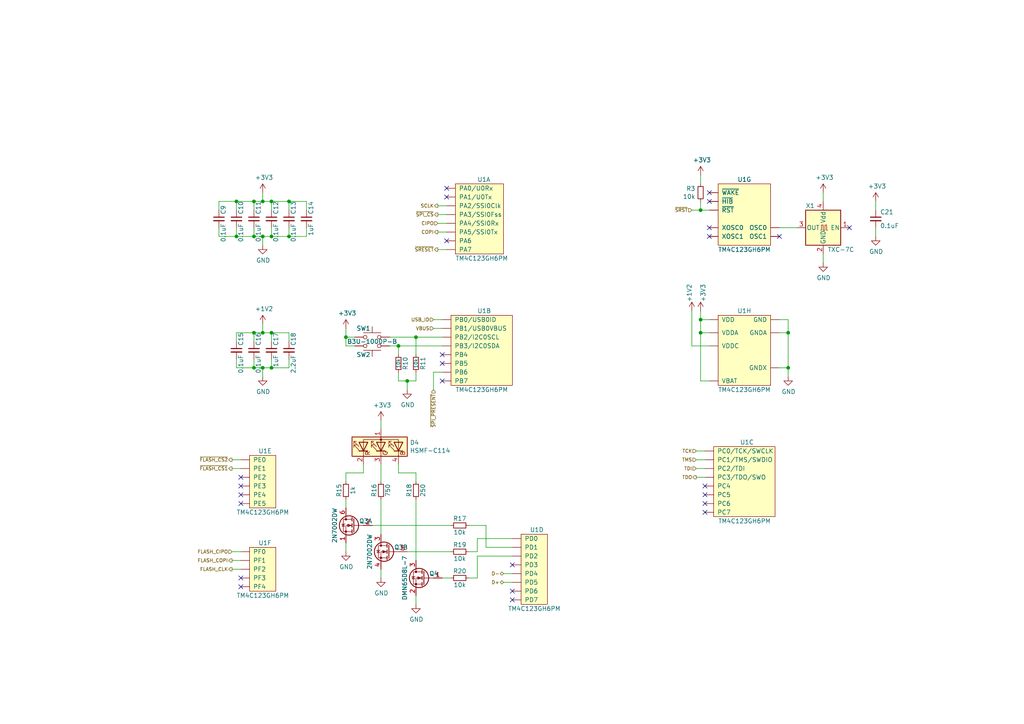
<source format=kicad_sch>
(kicad_sch (version 20211123) (generator eeschema)
  (paper "A4")
  (title_block (title "Processor") (rev "R1") (company "Rachel Mant"))
  (lib_symbols
    (symbol "DX_MON:TM4C123GH6PM" (pin_numbers hide) (pin_names (offset 1.016))
      (property "Reference" "U" (at 0 -11.43 0))
      (property "Value" "TM4C123GH6PM" (at 0 11.43 0))
      (symbol "TM4C123GH6PM_1_1"
        (rectangle (start -7.62 10.16) (end 6.35 -10.16) (fill (type background)))
        (pin bidirectional line (at -10.16 8.89 0) (length 2.54) (name "PA0/U0Rx") (number "17"))
        (pin bidirectional line (at -10.16 6.35 0) (length 2.54) (name "PA1/U0Tx") (number "18"))
        (pin bidirectional line (at -10.16 3.81 0) (length 2.54) (name "PA2/SSI0Clk") (number "19"))
        (pin bidirectional line (at -10.16 1.27 0) (length 2.54) (name "PA3/SSI0Fss") (number "20"))
        (pin bidirectional line (at -10.16 -1.27 0) (length 2.54) (name "PA4/SSI0Rx") (number "21"))
        (pin bidirectional line (at -10.16 -3.81 0) (length 2.54) (name "PA5/SSI0Tx") (number "22"))
        (pin bidirectional line (at -10.16 -6.35 0) (length 2.54) (name "PA6") (number "23"))
        (pin bidirectional line (at -10.16 -8.89 0) (length 2.54) (name "PA7") (number "24"))
      )
      (symbol "TM4C123GH6PM_2_1"
        (rectangle (start -8.89 10.16) (end 8.89 -10.16) (fill (type background)))
        (pin bidirectional line (at -11.43 -6.35 0) (length 2.54) (name "PB6") (number "1"))
        (pin bidirectional line (at -11.43 -8.89 0) (length 2.54) (name "PB7") (number "4"))
        (pin bidirectional line (at -11.43 8.89 0) (length 2.54) (name "PB0/USB0ID") (number "45"))
        (pin input line (at -11.43 6.35 0) (length 2.54) (name "PB1/USB0VBUS") (number "46"))
        (pin bidirectional line (at -11.43 3.81 0) (length 2.54) (name "PB2/I2C0SCL") (number "47"))
        (pin bidirectional line (at -11.43 1.27 0) (length 2.54) (name "PB3/I2C0SDA") (number "48"))
        (pin bidirectional line (at -11.43 -3.81 0) (length 2.54) (name "PB5") (number "57"))
        (pin bidirectional line (at -11.43 -1.27 0) (length 2.54) (name "PB4") (number "58"))
      )
      (symbol "TM4C123GH6PM_3_1"
        (rectangle (start -8.89 10.16) (end 8.89 -10.16) (fill (type background)))
        (pin bidirectional line (at -11.43 -8.89 0) (length 2.54) (name "PC7") (number "13"))
        (pin bidirectional line (at -11.43 -6.35 0) (length 2.54) (name "PC6") (number "14"))
        (pin bidirectional line (at -11.43 -3.81 0) (length 2.54) (name "PC5") (number "15"))
        (pin bidirectional line (at -11.43 -1.27 0) (length 2.54) (name "PC4") (number "16"))
        (pin bidirectional line (at -11.43 1.27 0) (length 2.54) (name "PC3/TDO/SWO") (number "49"))
        (pin bidirectional line (at -11.43 3.81 0) (length 2.54) (name "PC2/TDI") (number "50"))
        (pin bidirectional line (at -11.43 6.35 0) (length 2.54) (name "PC1/TMS/SWDIO") (number "51"))
        (pin bidirectional line (at -11.43 8.89 0) (length 2.54) (name "PC0/TCK/SWCLK") (number "52"))
      )
      (symbol "TM4C123GH6PM_4_1"
        (rectangle (start -3.81 10.16) (end 3.81 -10.16) (fill (type background)))
        (pin bidirectional line (at -6.35 -8.89 0) (length 2.54) (name "PD7") (number "10"))
        (pin bidirectional line (at -6.35 -1.27 0) (length 2.54) (name "PD4") (number "43"))
        (pin bidirectional line (at -6.35 -3.81 0) (length 2.54) (name "PD5") (number "44"))
        (pin bidirectional line (at -6.35 -6.35 0) (length 2.54) (name "PD6") (number "53"))
        (pin bidirectional line (at -6.35 8.89 0) (length 2.54) (name "PD0") (number "61"))
        (pin bidirectional line (at -6.35 6.35 0) (length 2.54) (name "PD1") (number "62"))
        (pin bidirectional line (at -6.35 3.81 0) (length 2.54) (name "PD2") (number "63"))
        (pin bidirectional line (at -6.35 1.27 0) (length 2.54) (name "PD3") (number "64"))
      )
      (symbol "TM4C123GH6PM_5_1"
        (rectangle (start -3.81 7.62) (end 3.81 -7.62) (fill (type background)))
        (pin bidirectional line (at -6.35 -3.81 0) (length 2.54) (name "PE4") (number "59"))
        (pin bidirectional line (at -6.35 -1.27 0) (length 2.54) (name "PE3") (number "6"))
        (pin bidirectional line (at -6.35 -6.35 0) (length 2.54) (name "PE5") (number "60"))
        (pin bidirectional line (at -6.35 1.27 0) (length 2.54) (name "PE2") (number "7"))
        (pin bidirectional line (at -6.35 3.81 0) (length 2.54) (name "PE1") (number "8"))
        (pin bidirectional line (at -6.35 6.35 0) (length 2.54) (name "PE0") (number "9"))
      )
      (symbol "TM4C123GH6PM_6_1"
        (rectangle (start -3.81 6.35) (end 3.81 -6.35) (fill (type background)))
        (pin bidirectional line (at -6.35 5.08 0) (length 2.54) (name "PF0") (number "28"))
        (pin bidirectional line (at -6.35 2.54 0) (length 2.54) (name "PF1") (number "29"))
        (pin bidirectional line (at -6.35 0 0) (length 2.54) (name "PF2") (number "30"))
        (pin bidirectional line (at -6.35 -2.54 0) (length 2.54) (name "PF3") (number "31"))
        (pin bidirectional line (at -6.35 -5.08 0) (length 2.54) (name "PF4") (number "5"))
      )
      (symbol "TM4C123GH6PM_7_1"
        (rectangle (start -7.62 8.89) (end 7.62 -8.89) (fill (type background)))
        (pin input line (at -10.16 6.35 0) (length 2.54) (name "~{WAKE}") (number "32"))
        (pin input line (at -10.16 3.81 0) (length 2.54) (name "~{HIB}") (number "33"))
        (pin passive line (at -10.16 -3.81 0) (length 2.54) (name "XOSC0") (number "34"))
        (pin passive line (at -10.16 -6.35 0) (length 2.54) (name "XOSC1") (number "36"))
        (pin input line (at -10.16 1.27 0) (length 2.54) (name "~{RST}") (number "38"))
        (pin passive line (at 10.16 -3.81 180) (length 2.54) (name "OSC0") (number "40"))
        (pin passive line (at 10.16 -6.35 180) (length 2.54) (name "OSC1") (number "41"))
      )
      (symbol "TM4C123GH6PM_8_1"
        (rectangle (start -7.62 10.16) (end 7.62 -10.16) (fill (type background)))
        (pin power_in line (at -10.16 8.89 0) (length 2.54) (name "VDD") (number "11"))
        (pin passive line (at 10.16 8.89 180) (length 2.54) (name "GND") (number "12"))
        (pin power_in line (at -10.16 5.08 0) (length 2.54) (name "VDDA") (number "2"))
        (pin power_out line (at -10.16 1.27 0) (length 2.54) (name "VDDC") (number "25"))
        (pin passive line (at -10.16 8.89 0) (length 2.54) hide (name "VDD") (number "26"))
        (pin passive line (at 10.16 8.89 180) (length 2.54) hide (name "GND") (number "27"))
        (pin passive line (at 10.16 5.08 180) (length 2.54) (name "GNDA") (number "3"))
        (pin passive line (at 10.16 -5.08 180) (length 2.54) (name "GNDX") (number "35"))
        (pin power_in line (at -10.16 -8.89 0) (length 2.54) (name "VBAT") (number "37"))
        (pin passive line (at 10.16 8.89 180) (length 2.54) hide (name "GND") (number "39"))
        (pin passive line (at -10.16 8.89 0) (length 2.54) hide (name "VDD") (number "42"))
        (pin passive line (at -10.16 8.89 0) (length 2.54) hide (name "VDD") (number "54"))
        (pin passive line (at 10.16 8.89 180) (length 2.54) hide (name "GND") (number "55"))
        (pin power_in line (at -10.16 1.27 0) (length 2.54) hide (name "VDDC") (number "56"))
      )
    )
    (symbol "Device:C_Small" (pin_numbers hide) (pin_names (offset 0.254) hide)
      (property "Reference" "C" (at 0.254 1.778 0))
      (property "Value" "C_Small" (at 0.254 -2.032 0))
      (symbol "C_Small_0_1"
        (polyline (pts (xy -1.524 -0.508) (xy 1.524 -0.508)) (stroke (width 0.3302)))
        (polyline (pts (xy -1.524 0.508) (xy 1.524 0.508)) (stroke (width 0.3048)))
      )
      (symbol "C_Small_1_1"
        (pin passive line (at 0 2.54 270) (length 2.032) (name "~") (number "1"))
        (pin passive line (at 0 -2.54 90) (length 2.032) (name "~") (number "2"))
      )
    )
    (symbol "Device:LED_ARGB" (pin_names (offset 0) hide)
      (property "Reference" "D" (at 0 9.398 0))
      (property "Value" "LED_ARGB" (at 0 -8.89 0))
      (symbol "LED_ARGB_0_0"
        (text "B" (at -1.905 -6.35 0) (effects (font (size 1.27 1.27))))
        (text "G" (at -1.905 -1.27 0) (effects (font (size 1.27 1.27))))
        (text "R" (at -1.905 3.81 0) (effects (font (size 1.27 1.27))))
      )
      (symbol "LED_ARGB_0_1"
        (polyline (pts (xy -1.27 -5.08) (xy -2.54 -5.08)))
        (polyline (pts (xy -1.27 -5.08) (xy 1.27 -5.08)))
        (polyline (pts (xy -1.27 -3.81) (xy -1.27 -6.35)) (stroke (width 0.254)))
        (polyline (pts (xy -1.27 0) (xy -2.54 0)))
        (polyline (pts (xy -1.27 1.27) (xy -1.27 -1.27)) (stroke (width 0.254)))
        (polyline (pts (xy -1.27 5.08) (xy -2.54 5.08)))
        (polyline (pts (xy -1.27 5.08) (xy 1.27 5.08)))
        (polyline (pts (xy -1.27 6.35) (xy -1.27 3.81)) (stroke (width 0.254)))
        (polyline (pts (xy 1.27 0) (xy -1.27 0)))
        (polyline (pts (xy 1.27 0) (xy 2.54 0)))
        (polyline (pts (xy -1.27 1.27) (xy -1.27 -1.27) (xy -1.27 -1.27)))
        (polyline (pts (xy -1.27 6.35) (xy -1.27 3.81) (xy -1.27 3.81)))
        (polyline (pts (xy 1.27 -5.08) (xy 2.032 -5.08) (xy 2.032 5.08) (xy 1.27 5.08)))
        (polyline (pts (xy 1.27 -3.81) (xy 1.27 -6.35) (xy -1.27 -5.08) (xy 1.27 -3.81)) (stroke (width 0.254)))
        (polyline (pts (xy 1.27 1.27) (xy 1.27 -1.27) (xy -1.27 0) (xy 1.27 1.27)) (stroke (width 0.254)))
        (polyline (pts (xy 1.27 6.35) (xy 1.27 3.81) (xy -1.27 5.08) (xy 1.27 6.35)) (stroke (width 0.254)))
        (polyline (pts (xy -1.016 -3.81) (xy 0.508 -2.286) (xy -0.254 -2.286) (xy 0.508 -2.286) (xy 0.508 -3.048)))
        (polyline (pts (xy -1.016 1.27) (xy 0.508 2.794) (xy -0.254 2.794) (xy 0.508 2.794) (xy 0.508 2.032)))
        (polyline (pts (xy -1.016 6.35) (xy 0.508 7.874) (xy -0.254 7.874) (xy 0.508 7.874) (xy 0.508 7.112)))
        (polyline (pts (xy 0 -3.81) (xy 1.524 -2.286) (xy 0.762 -2.286) (xy 1.524 -2.286) (xy 1.524 -3.048)))
        (polyline (pts (xy 0 1.27) (xy 1.524 2.794) (xy 0.762 2.794) (xy 1.524 2.794) (xy 1.524 2.032)))
        (polyline (pts (xy 0 6.35) (xy 1.524 7.874) (xy 0.762 7.874) (xy 1.524 7.874) (xy 1.524 7.112)))
        (rectangle (start 1.27 -1.27) (end 1.27 1.27))
        (rectangle (start 1.27 1.27) (end 1.27 1.27))
        (rectangle (start 1.27 3.81) (end 1.27 6.35))
        (rectangle (start 1.27 6.35) (end 1.27 6.35))
        (circle (center 2.032 0) (radius 0.254) (fill (type outline)))
        (rectangle (start 2.794 8.382) (end -2.794 -7.62) (stroke (width 0.254)) (fill (type background)))
      )
      (symbol "LED_ARGB_1_1"
        (pin passive line (at 5.08 0 180) (length 2.54) (name "A") (number "1"))
        (pin passive line (at -5.08 5.08 0) (length 2.54) (name "RK") (number "2"))
        (pin passive line (at -5.08 0 0) (length 2.54) (name "GK") (number "3"))
        (pin passive line (at -5.08 -5.08 0) (length 2.54) (name "BK") (number "4"))
      )
    )
    (symbol "Device:Q_DUAL_NMOS_S1G1D2S2G2D1" (pin_names (offset 0) hide)
      (property "Reference" "Q" (at 6.35 1.27 0))
      (property "Value" "Device_Q_DUAL_NMOS_S1G1D2S2G2D1" (at 19.05 -1.27 0))
      (symbol "Q_DUAL_NMOS_S1G1D2S2G2D1_0_1"
        (polyline (pts (xy 0.254 0) (xy -2.54 0)))
        (polyline (pts (xy 0.254 1.905) (xy 0.254 -1.905)) (stroke (width 0.254)))
        (polyline (pts (xy 0.762 -1.27) (xy 0.762 -2.286)) (stroke (width 0.254)))
        (polyline (pts (xy 0.762 0.508) (xy 0.762 -0.508)) (stroke (width 0.254)))
        (polyline (pts (xy 0.762 2.286) (xy 0.762 1.27)) (stroke (width 0.254)))
        (polyline (pts (xy 2.54 2.54) (xy 2.54 1.778)))
        (polyline (pts (xy 2.54 -2.54) (xy 2.54 0) (xy 0.762 0)))
        (polyline (pts (xy 0.762 -1.778) (xy 3.302 -1.778) (xy 3.302 1.778) (xy 0.762 1.778)))
        (polyline (pts (xy 1.016 0) (xy 2.032 0.381) (xy 2.032 -0.381) (xy 1.016 0)) (fill (type outline)))
        (polyline (pts (xy 2.794 0.508) (xy 2.921 0.381) (xy 3.683 0.381) (xy 3.81 0.254)))
        (polyline (pts (xy 3.302 0.381) (xy 2.921 -0.254) (xy 3.683 -0.254) (xy 3.302 0.381)))
        (circle (center 1.651 0) (radius 2.794) (stroke (width 0.254)))
        (circle (center 2.54 -1.778) (radius 0.254) (fill (type outline)))
        (circle (center 2.54 1.778) (radius 0.254) (fill (type outline)))
      )
      (symbol "Q_DUAL_NMOS_S1G1D2S2G2D1_1_1"
        (pin passive line (at 2.54 -5.08 90) (length 2.54) (name "S") (number "1"))
        (pin input line (at -5.08 0 0) (length 2.54) (name "G") (number "2"))
        (pin passive line (at 2.54 5.08 270) (length 2.54) (name "D") (number "6"))
      )
      (symbol "Q_DUAL_NMOS_S1G1D2S2G2D1_2_1"
        (pin passive line (at 2.54 5.08 270) (length 2.54) (name "D") (number "3"))
        (pin passive line (at 2.54 -5.08 90) (length 2.54) (name "S") (number "4"))
        (pin input line (at -5.08 0 0) (length 2.54) (name "G") (number "5"))
      )
    )
    (symbol "Device:Q_NMOS_GSD" (pin_names (offset 0) hide)
      (property "Reference" "Q" (at 5.08 1.27 0))
      (property "Value" "Q_NMOS_GSD" (at 5.08 -1.27 0))
      (symbol "Q_NMOS_GSD_0_1"
        (polyline (pts (xy 0.254 0) (xy -2.54 0)))
        (polyline (pts (xy 0.254 1.905) (xy 0.254 -1.905)) (stroke (width 0.254)))
        (polyline (pts (xy 0.762 -1.27) (xy 0.762 -2.286)) (stroke (width 0.254)))
        (polyline (pts (xy 0.762 0.508) (xy 0.762 -0.508)) (stroke (width 0.254)))
        (polyline (pts (xy 0.762 2.286) (xy 0.762 1.27)) (stroke (width 0.254)))
        (polyline (pts (xy 2.54 2.54) (xy 2.54 1.778)))
        (polyline (pts (xy 2.54 -2.54) (xy 2.54 0) (xy 0.762 0)))
        (polyline (pts (xy 0.762 -1.778) (xy 3.302 -1.778) (xy 3.302 1.778) (xy 0.762 1.778)))
        (polyline (pts (xy 1.016 0) (xy 2.032 0.381) (xy 2.032 -0.381) (xy 1.016 0)) (fill (type outline)))
        (polyline (pts (xy 2.794 0.508) (xy 2.921 0.381) (xy 3.683 0.381) (xy 3.81 0.254)))
        (polyline (pts (xy 3.302 0.381) (xy 2.921 -0.254) (xy 3.683 -0.254) (xy 3.302 0.381)))
        (circle (center 1.651 0) (radius 2.794) (stroke (width 0.254)))
        (circle (center 2.54 -1.778) (radius 0.254) (fill (type outline)))
        (circle (center 2.54 1.778) (radius 0.254) (fill (type outline)))
      )
      (symbol "Q_NMOS_GSD_1_1"
        (pin input line (at -5.08 0 0) (length 2.54) (name "G") (number "1"))
        (pin passive line (at 2.54 -5.08 90) (length 2.54) (name "S") (number "2"))
        (pin passive line (at 2.54 5.08 270) (length 2.54) (name "D") (number "3"))
      )
    )
    (symbol "Device:R_Small" (pin_numbers hide) (pin_names (offset 0.254) hide)
      (property "Reference" "R" (at 0.762 0.508 0))
      (property "Value" "R_Small" (at 0.762 -1.016 0))
      (symbol "R_Small_0_1"
        (rectangle (start -0.762 1.778) (end 0.762 -1.778) (stroke (width 0.2032)))
      )
      (symbol "R_Small_1_1"
        (pin passive line (at 0 2.54 270) (length 0.762) (name "~") (number "1"))
        (pin passive line (at 0 -2.54 90) (length 0.762) (name "~") (number "2"))
      )
    )
    (symbol "Oscillator:TXC-7C" (pin_names (offset 0.254))
      (property "Reference" "X" (at -5.08 6.35 0))
      (property "Value" "TXC-7C" (at 1.27 -6.35 0))
      (symbol "TXC-7C_0_1"
        (rectangle (start -5.08 5.08) (end 5.08 -5.08) (stroke (width 0.254)) (fill (type background)))
        (polyline (pts (xy -1.27 -0.762) (xy -1.016 -0.762) (xy -1.016 0.762) (xy -0.508 0.762) (xy -0.508 -0.762) (xy 0 -0.762) (xy 0 0.762) (xy 0.508 0.762) (xy 0.508 -0.762) (xy 0.762 -0.762)))
      )
      (symbol "TXC-7C_1_1"
        (pin input line (at -7.62 0 0) (length 2.54) (name "EN") (number "1"))
        (pin power_in line (at 0 -7.62 90) (length 2.54) (name "GND") (number "2"))
        (pin output line (at 7.62 0 180) (length 2.54) (name "OUT") (number "3"))
        (pin power_in line (at 0 7.62 270) (length 2.54) (name "Vdd") (number "4"))
      )
    )
    (symbol "Switch:SW_Push" (pin_numbers hide) (pin_names (offset 1.016) hide)
      (property "Reference" "SW" (at 1.27 2.54 0))
      (property "Value" "SW_Push" (at 0 -1.524 0))
      (symbol "SW_Push_0_1"
        (circle (center -2.032 0) (radius 0.508))
        (polyline (pts (xy 0 1.27) (xy 0 3.048)))
        (polyline (pts (xy 2.54 1.27) (xy -2.54 1.27)))
        (circle (center 2.032 0) (radius 0.508))
        (pin passive line (at -5.08 0 0) (length 2.54) (name "1") (number "1"))
        (pin passive line (at 5.08 0 180) (length 2.54) (name "2") (number "2"))
      )
    )
    (symbol "power:+1V2" (power) (pin_names (offset 0))
      (property "Value" "+1V2" (at 0 3.556 0))
      (symbol "+1V2_0_1"
        (polyline (pts (xy -0.762 1.27) (xy 0 2.54)))
        (polyline (pts (xy 0 0) (xy 0 2.54)))
        (polyline (pts (xy 0 2.54) (xy 0.762 1.27)))
      )
      (symbol "+1V2_1_1"
        (pin power_in line (at 0 0 90) (length 0) hide (name "+1V2") (number "1"))
      )
    )
    (symbol "power:+3.3V" (power) (pin_names (offset 0))
      (property "Value" "+3.3V" (at 0 3.556 0))
      (symbol "+3.3V_0_1"
        (polyline (pts (xy -0.762 1.27) (xy 0 2.54)))
        (polyline (pts (xy 0 0) (xy 0 2.54)))
        (polyline (pts (xy 0 2.54) (xy 0.762 1.27)))
      )
      (symbol "+3.3V_1_1"
        (pin power_in line (at 0 0 90) (length 0) hide (name "+3V3") (number "1"))
      )
    )
    (symbol "power:GND" (power) (pin_names (offset 0))
      (property "Value" "GND" (at 0 -3.81 0))
      (symbol "GND_0_1"
        (polyline (pts (xy 0 0) (xy 0 -1.27) (xy 1.27 -1.27) (xy 0 -2.54) (xy -1.27 -1.27) (xy 0 -1.27)))
      )
      (symbol "GND_1_1"
        (pin power_in line (at 0 0 270) (length 0) hide (name "GND") (number "1"))
      )
    )
  )
  (junction (at 203.2 60.96))
  (junction (at 78.74 58.42))
  (junction (at 78.74 106.68))
  (junction (at 73.66 68.58))
  (junction (at 203.2 96.52))
  (junction (at 76.2 68.58))
  (junction (at 228.6 106.68))
  (junction (at 78.74 68.58))
  (junction (at 228.6 96.52))
  (junction (at 115.57 100.33))
  (junction (at 73.66 58.42))
  (junction (at 76.2 96.52))
  (junction (at 68.58 58.42))
  (junction (at 76.2 58.42))
  (junction (at 120.65 97.79))
  (junction (at 100.33 97.79))
  (junction (at 83.82 68.58))
  (junction (at 73.66 106.68))
  (junction (at 203.2 92.71))
  (junction (at 76.2 106.68))
  (junction (at 73.66 96.52))
  (junction (at 78.74 96.52))
  (junction (at 118.11 110.49))
  (junction (at 83.82 58.42))
  (junction (at 68.58 68.58))
  (no_connect (at 129.54 69.85))
  (no_connect (at 129.54 54.61))
  (no_connect (at 246.38 66.04))
  (no_connect (at 226.06 68.58))
  (no_connect (at 148.59 163.83))
  (no_connect (at 205.74 66.04))
  (no_connect (at 205.74 68.58))
  (no_connect (at 205.74 58.42))
  (no_connect (at 205.74 55.88))
  (no_connect (at 128.27 110.49))
  (no_connect (at 69.85 146.05))
  (no_connect (at 204.47 146.05))
  (no_connect (at 69.85 138.43))
  (no_connect (at 128.27 105.41))
  (no_connect (at 69.85 170.18))
  (no_connect (at 204.47 143.51))
  (no_connect (at 148.59 173.99))
  (no_connect (at 128.27 102.87))
  (no_connect (at 69.85 143.51))
  (no_connect (at 69.85 167.64))
  (no_connect (at 129.54 57.15))
  (no_connect (at 69.85 140.97))
  (no_connect (at 204.47 140.97))
  (no_connect (at 148.59 171.45))
  (no_connect (at 204.47 148.59))
  (wire (pts (xy 115.57 100.33) (xy 128.27 100.33)))
  (wire (pts (xy 73.66 106.68) (xy 73.66 104.14)))
  (wire (pts (xy 238.76 73.66) (xy 238.76 76.2)))
  (wire (pts (xy 128.27 167.64) (xy 130.81 167.64)))
  (wire (pts (xy 68.58 106.68) (xy 73.66 106.68)))
  (wire (pts (xy 68.58 104.14) (xy 68.58 106.68)))
  (wire (pts (xy 78.74 96.52) (xy 78.74 99.06)))
  (wire (pts (xy 148.59 166.37) (xy 146.05 166.37)))
  (wire (pts (xy 88.9 68.58) (xy 83.82 68.58)))
  (wire (pts (xy 63.5 66.04) (xy 63.5 68.58)))
  (wire (pts (xy 200.66 100.33) (xy 205.74 100.33)))
  (wire (pts (xy 127 72.39) (xy 129.54 72.39)))
  (wire (pts (xy 73.66 68.58) (xy 73.66 66.04)))
  (wire (pts (xy 135.89 167.64) (xy 138.43 167.64)))
  (wire (pts (xy 128.27 95.25) (xy 125.73 95.25)))
  (wire (pts (xy 205.74 96.52) (xy 203.2 96.52)))
  (wire (pts (xy 88.9 58.42) (xy 88.9 60.96)))
  (wire (pts (xy 203.2 53.34) (xy 203.2 50.8)))
  (wire (pts (xy 83.82 104.14) (xy 83.82 106.68)))
  (wire (pts (xy 69.85 160.02) (xy 67.31 160.02)))
  (wire (pts (xy 203.2 90.17) (xy 203.2 92.71)))
  (wire (pts (xy 68.58 58.42) (xy 68.58 60.96)))
  (wire (pts (xy 125.73 107.95) (xy 125.73 113.03)))
  (wire (pts (xy 67.31 135.89) (xy 69.85 135.89)))
  (wire (pts (xy 140.97 152.4) (xy 140.97 158.75)))
  (wire (pts (xy 88.9 66.04) (xy 88.9 68.58)))
  (wire (pts (xy 100.33 95.25) (xy 100.33 97.79)))
  (wire (pts (xy 78.74 68.58) (xy 78.74 66.04)))
  (wire (pts (xy 63.5 60.96) (xy 63.5 58.42)))
  (wire (pts (xy 120.65 110.49) (xy 120.65 107.95)))
  (wire (pts (xy 76.2 58.42) (xy 78.74 58.42)))
  (wire (pts (xy 100.33 144.78) (xy 100.33 147.32)))
  (wire (pts (xy 205.74 60.96) (xy 203.2 60.96)))
  (wire (pts (xy 100.33 97.79) (xy 102.87 97.79)))
  (wire (pts (xy 203.2 96.52) (xy 203.2 110.49)))
  (wire (pts (xy 113.03 97.79) (xy 120.65 97.79)))
  (wire (pts (xy 120.65 137.16) (xy 115.57 137.16)))
  (wire (pts (xy 110.49 144.78) (xy 110.49 154.94)))
  (wire (pts (xy 68.58 58.42) (xy 73.66 58.42)))
  (wire (pts (xy 118.11 110.49) (xy 118.11 113.03)))
  (wire (pts (xy 129.54 64.77) (xy 127 64.77)))
  (wire (pts (xy 203.2 96.52) (xy 203.2 92.71)))
  (wire (pts (xy 78.74 104.14) (xy 78.74 106.68)))
  (wire (pts (xy 107.95 152.4) (xy 130.81 152.4)))
  (wire (pts (xy 100.33 157.48) (xy 100.33 160.02)))
  (wire (pts (xy 228.6 96.52) (xy 228.6 106.68)))
  (wire (pts (xy 115.57 137.16) (xy 115.57 134.62)))
  (wire (pts (xy 125.73 92.71) (xy 128.27 92.71)))
  (wire (pts (xy 201.93 130.81) (xy 204.47 130.81)))
  (wire (pts (xy 102.87 100.33) (xy 100.33 100.33)))
  (wire (pts (xy 138.43 161.29) (xy 148.59 161.29)))
  (wire (pts (xy 78.74 106.68) (xy 83.82 106.68)))
  (wire (pts (xy 140.97 152.4) (xy 135.89 152.4)))
  (wire (pts (xy 231.14 66.04) (xy 226.06 66.04)))
  (wire (pts (xy 78.74 68.58) (xy 83.82 68.58)))
  (wire (pts (xy 76.2 58.42) (xy 76.2 55.88)))
  (wire (pts (xy 228.6 106.68) (xy 228.6 109.22)))
  (wire (pts (xy 67.31 133.35) (xy 69.85 133.35)))
  (wire (pts (xy 254 66.04) (xy 254 68.58)))
  (wire (pts (xy 83.82 58.42) (xy 88.9 58.42)))
  (wire (pts (xy 68.58 68.58) (xy 73.66 68.58)))
  (wire (pts (xy 204.47 133.35) (xy 201.93 133.35)))
  (wire (pts (xy 113.03 100.33) (xy 115.57 100.33)))
  (wire (pts (xy 63.5 58.42) (xy 68.58 58.42)))
  (wire (pts (xy 68.58 96.52) (xy 73.66 96.52)))
  (wire (pts (xy 76.2 96.52) (xy 76.2 93.98)))
  (wire (pts (xy 120.65 97.79) (xy 128.27 97.79)))
  (wire (pts (xy 226.06 106.68) (xy 228.6 106.68)))
  (wire (pts (xy 226.06 92.71) (xy 228.6 92.71)))
  (wire (pts (xy 110.49 134.62) (xy 110.49 139.7)))
  (wire (pts (xy 73.66 58.42) (xy 73.66 60.96)))
  (wire (pts (xy 120.65 172.72) (xy 120.65 175.26)))
  (wire (pts (xy 83.82 58.42) (xy 83.82 60.96)))
  (wire (pts (xy 115.57 110.49) (xy 118.11 110.49)))
  (wire (pts (xy 118.11 110.49) (xy 120.65 110.49)))
  (wire (pts (xy 203.2 92.71) (xy 205.74 92.71)))
  (wire (pts (xy 148.59 168.91) (xy 146.05 168.91)))
  (wire (pts (xy 226.06 96.52) (xy 228.6 96.52)))
  (wire (pts (xy 120.65 139.7) (xy 120.65 137.16)))
  (wire (pts (xy 120.65 144.78) (xy 120.65 162.56)))
  (wire (pts (xy 78.74 58.42) (xy 83.82 58.42)))
  (wire (pts (xy 204.47 138.43) (xy 201.93 138.43)))
  (wire (pts (xy 105.41 134.62) (xy 105.41 137.16)))
  (wire (pts (xy 138.43 167.64) (xy 138.43 161.29)))
  (wire (pts (xy 63.5 68.58) (xy 68.58 68.58)))
  (wire (pts (xy 254 58.42) (xy 254 60.96)))
  (wire (pts (xy 120.65 97.79) (xy 120.65 102.87)))
  (wire (pts (xy 78.74 106.68) (xy 76.2 106.68)))
  (wire (pts (xy 83.82 68.58) (xy 83.82 66.04)))
  (wire (pts (xy 110.49 121.92) (xy 110.49 124.46)))
  (wire (pts (xy 69.85 165.1) (xy 67.31 165.1)))
  (wire (pts (xy 238.76 55.88) (xy 238.76 58.42)))
  (wire (pts (xy 203.2 110.49) (xy 205.74 110.49)))
  (wire (pts (xy 76.2 106.68) (xy 76.2 109.22)))
  (wire (pts (xy 67.31 162.56) (xy 69.85 162.56)))
  (wire (pts (xy 110.49 165.1) (xy 110.49 167.64)))
  (wire (pts (xy 83.82 96.52) (xy 83.82 99.06)))
  (wire (pts (xy 129.54 59.69) (xy 127 59.69)))
  (wire (pts (xy 203.2 60.96) (xy 200.66 60.96)))
  (wire (pts (xy 138.43 156.21) (xy 138.43 160.02)))
  (wire (pts (xy 76.2 96.52) (xy 78.74 96.52)))
  (wire (pts (xy 73.66 96.52) (xy 76.2 96.52)))
  (wire (pts (xy 203.2 58.42) (xy 203.2 60.96)))
  (wire (pts (xy 68.58 99.06) (xy 68.58 96.52)))
  (wire (pts (xy 73.66 96.52) (xy 73.66 99.06)))
  (wire (pts (xy 127 62.23) (xy 129.54 62.23)))
  (wire (pts (xy 73.66 58.42) (xy 76.2 58.42)))
  (wire (pts (xy 73.66 68.58) (xy 76.2 68.58)))
  (wire (pts (xy 228.6 92.71) (xy 228.6 96.52)))
  (wire (pts (xy 76.2 106.68) (xy 73.66 106.68)))
  (wire (pts (xy 138.43 160.02) (xy 135.89 160.02)))
  (wire (pts (xy 68.58 68.58) (xy 68.58 66.04)))
  (wire (pts (xy 100.33 137.16) (xy 100.33 139.7)))
  (wire (pts (xy 115.57 107.95) (xy 115.57 110.49)))
  (wire (pts (xy 201.93 135.89) (xy 204.47 135.89)))
  (wire (pts (xy 118.11 160.02) (xy 130.81 160.02)))
  (wire (pts (xy 78.74 58.42) (xy 78.74 60.96)))
  (wire (pts (xy 128.27 107.95) (xy 125.73 107.95)))
  (wire (pts (xy 127 67.31) (xy 129.54 67.31)))
  (wire (pts (xy 76.2 68.58) (xy 76.2 71.12)))
  (wire (pts (xy 200.66 90.17) (xy 200.66 100.33)))
  (wire (pts (xy 76.2 68.58) (xy 78.74 68.58)))
  (wire (pts (xy 78.74 96.52) (xy 83.82 96.52)))
  (wire (pts (xy 115.57 100.33) (xy 115.57 102.87)))
  (wire (pts (xy 100.33 100.33) (xy 100.33 97.79)))
  (wire (pts (xy 105.41 137.16) (xy 100.33 137.16)))
  (wire (pts (xy 140.97 158.75) (xy 148.59 158.75)))
  (wire (pts (xy 148.59 156.21) (xy 138.43 156.21)))
  (hierarchical_label "FLASH_CIPO" (shape input) (at 67.31 160.02 180) (effects (font (size 0.9906 0.9906))))
  (hierarchical_label "~{FLASH_CS2}" (shape output) (at 67.31 133.35 180) (effects (font (size 0.9906 0.9906))))
  (hierarchical_label "D-" (shape bidirectional) (at 146.05 166.37 180) (effects (font (size 0.9906 0.9906))))
  (hierarchical_label "~{SRST}" (shape input) (at 200.66 60.96 180) (effects (font (size 0.9906 0.9906))))
  (hierarchical_label "SCLK" (shape output) (at 127 59.69 180) (effects (font (size 0.9906 0.9906))))
  (hierarchical_label "~{SPI_PRESENT}" (shape input) (at 125.73 113.03 270) (effects (font (size 0.9906 0.9906))))
  (hierarchical_label "FLASH_CLK" (shape output) (at 67.31 165.1 180) (effects (font (size 0.9906 0.9906))))
  (hierarchical_label "VBUS" (shape input) (at 125.73 95.25 180) (effects (font (size 0.9906 0.9906))))
  (hierarchical_label "TMS" (shape input) (at 201.93 133.35 180) (effects (font (size 0.9906 0.9906))))
  (hierarchical_label "FLASH_COPI" (shape output) (at 67.31 162.56 180) (effects (font (size 0.9906 0.9906))))
  (hierarchical_label "~{SRESET}" (shape output) (at 127 72.39 180) (effects (font (size 0.9906 0.9906))))
  (hierarchical_label "TDO" (shape output) (at 201.93 138.43 180) (effects (font (size 0.9906 0.9906))))
  (hierarchical_label "TCK" (shape input) (at 201.93 130.81 180) (effects (font (size 0.9906 0.9906))))
  (hierarchical_label "~{FLASH_CS1}" (shape output) (at 67.31 135.89 180) (effects (font (size 0.9906 0.9906))))
  (hierarchical_label "TDI" (shape input) (at 201.93 135.89 180) (effects (font (size 0.9906 0.9906))))
  (hierarchical_label "COPI" (shape output) (at 127 67.31 180) (effects (font (size 0.9906 0.9906))))
  (hierarchical_label "D+" (shape bidirectional) (at 146.05 168.91 180) (effects (font (size 0.9906 0.9906))))
  (hierarchical_label "USB_ID" (shape input) (at 125.73 92.71 180) (effects (font (size 0.9906 0.9906))))
  (hierarchical_label "CIPO" (shape input) (at 127 64.77 180) (effects (font (size 0.9906 0.9906))))
  (hierarchical_label "~{SPI_CS}" (shape output) (at 127 62.23 180) (effects (font (size 0.9906 0.9906))))
  (symbol (lib_id "DX_MON:TM4C123GH6PM") (at 139.7 63.5 0) (unit 1)
    (property "Reference" "U1" (at 138.43 52.07 0) (effects (justify left)))
    (property "Value" "TM4C123GH6PM" (at 132.08 74.93 0) (effects (justify left)))
    (property "Footprint" "DX-MON:QFP-64_10.2x10.2_Pitch0.5mm" (effects hide))
    (property "Datasheet" "https://www.ti.com/lit/ds/symlink/tm4c123gh6pm.pdf" (effects hide))
    (property "OC_FARNELL" "3008366" (effects hide))
    (property "URL_FARNELL" "https://uk.farnell.com/texas-instruments/tm4c123gh6pmi/mcu-32bit-cortex-m4f-80mhz-lqfp/dp/3008366" (effects hide))
    (property "MFR" "Texas Instruments" (effects hide))
    (property "MPN" "TM4C123GH6PM" (effects hide))
  )
  (symbol (lib_id "DX_MON:TM4C123GH6PM") (at 139.7 101.6 0) (unit 2)
    (property "Reference" "U1" (at 138.43 90.17 0) (effects (justify left)))
    (property "Value" "TM4C123GH6PM" (at 132.08 113.03 0) (effects (justify left)))
    (property "Footprint" "DX-MON:QFP-64_10.2x10.2_Pitch0.5mm" (effects hide))
    (property "Datasheet" "https://www.ti.com/lit/ds/symlink/tm4c123gh6pm.pdf" (effects hide))
    (property "OC_FARNELL" "3008366" (effects hide))
    (property "URL_FARNELL" "https://uk.farnell.com/texas-instruments/tm4c123gh6pmi/mcu-32bit-cortex-m4f-80mhz-lqfp/dp/3008366" (effects hide))
    (property "MFR" "Texas Instruments" (effects hide))
    (property "MPN" "TM4C123GH6PM" (effects hide))
  )
  (symbol (lib_id "DX_MON:TM4C123GH6PM") (at 215.9 139.7 0) (unit 3)
    (property "Reference" "U1" (at 214.63 128.27 0) (effects (justify left)))
    (property "Value" "TM4C123GH6PM" (at 208.28 151.13 0) (effects (justify left)))
    (property "Footprint" "DX-MON:QFP-64_10.2x10.2_Pitch0.5mm" (effects hide))
    (property "Datasheet" "https://www.ti.com/lit/ds/symlink/tm4c123gh6pm.pdf" (effects hide))
    (property "OC_FARNELL" "3008366" (effects hide))
    (property "URL_FARNELL" "https://uk.farnell.com/texas-instruments/tm4c123gh6pmi/mcu-32bit-cortex-m4f-80mhz-lqfp/dp/3008366" (effects hide))
    (property "MFR" "Texas Instruments" (effects hide))
    (property "MPN" "TM4C123GH6PM" (effects hide))
  )
  (symbol (lib_id "DX_MON:TM4C123GH6PM") (at 154.94 165.1 0) (unit 4)
    (property "Reference" "U1" (at 153.67 153.67 0) (effects (justify left)))
    (property "Value" "TM4C123GH6PM" (at 147.32 176.53 0) (effects (justify left)))
    (property "Footprint" "DX-MON:QFP-64_10.2x10.2_Pitch0.5mm" (effects hide))
    (property "Datasheet" "https://www.ti.com/lit/ds/symlink/tm4c123gh6pm.pdf" (effects hide))
    (property "OC_FARNELL" "3008366" (effects hide))
    (property "URL_FARNELL" "https://uk.farnell.com/texas-instruments/tm4c123gh6pmi/mcu-32bit-cortex-m4f-80mhz-lqfp/dp/3008366" (effects hide))
    (property "MFR" "Texas Instruments" (effects hide))
    (property "MPN" "TM4C123GH6PM" (effects hide))
  )
  (symbol (lib_id "DX_MON:TM4C123GH6PM") (at 76.2 139.7 0) (unit 5)
    (property "Reference" "U1" (at 74.93 130.81 0) (effects (justify left)))
    (property "Value" "TM4C123GH6PM" (at 68.58 148.59 0) (effects (justify left)))
    (property "Footprint" "DX-MON:QFP-64_10.2x10.2_Pitch0.5mm" (effects hide))
    (property "Datasheet" "https://www.ti.com/lit/ds/symlink/tm4c123gh6pm.pdf" (effects hide))
    (property "OC_FARNELL" "3008366" (effects hide))
    (property "URL_FARNELL" "https://uk.farnell.com/texas-instruments/tm4c123gh6pmi/mcu-32bit-cortex-m4f-80mhz-lqfp/dp/3008366" (effects hide))
    (property "MFR" "Texas Instruments" (effects hide))
    (property "MPN" "TM4C123GH6PM" (effects hide))
  )
  (symbol (lib_id "DX_MON:TM4C123GH6PM") (at 76.2 165.1 0) (unit 6)
    (property "Reference" "U1" (at 74.93 157.48 0) (effects (justify left)))
    (property "Value" "TM4C123GH6PM" (at 68.58 172.72 0) (effects (justify left)))
    (property "Footprint" "DX-MON:QFP-64_10.2x10.2_Pitch0.5mm" (effects hide))
    (property "Datasheet" "https://www.ti.com/lit/ds/symlink/tm4c123gh6pm.pdf" (effects hide))
    (property "OC_FARNELL" "3008366" (effects hide))
    (property "URL_FARNELL" "https://uk.farnell.com/texas-instruments/tm4c123gh6pmi/mcu-32bit-cortex-m4f-80mhz-lqfp/dp/3008366" (effects hide))
    (property "MFR" "Texas Instruments" (effects hide))
    (property "MPN" "TM4C123GH6PM" (effects hide))
  )
  (symbol (lib_id "DX_MON:TM4C123GH6PM") (at 215.9 62.23 0) (unit 7)
    (property "Reference" "U1" (at 215.9 52.07 0))
    (property "Value" "TM4C123GH6PM" (at 215.9 72.39 0))
    (property "Footprint" "DX-MON:QFP-64_10.2x10.2_Pitch0.5mm" (effects hide))
    (property "Datasheet" "https://www.ti.com/lit/ds/symlink/tm4c123gh6pm.pdf" (effects hide))
    (property "OC_FARNELL" "3008366" (effects hide))
    (property "URL_FARNELL" "https://uk.farnell.com/texas-instruments/tm4c123gh6pmi/mcu-32bit-cortex-m4f-80mhz-lqfp/dp/3008366" (effects hide))
    (property "MFR" "Texas Instruments" (effects hide))
    (property "MPN" "TM4C123GH6PM" (effects hide))
  )
  (symbol (lib_id "DX_MON:TM4C123GH6PM") (at 215.9 101.6 0) (unit 8)
    (property "Reference" "U1" (at 215.9 90.17 0))
    (property "Value" "TM4C123GH6PM" (at 215.9 113.03 0))
    (property "Footprint" "DX-MON:QFP-64_10.2x10.2_Pitch0.5mm" (effects hide))
    (property "Datasheet" "https://www.ti.com/lit/ds/symlink/tm4c123gh6pm.pdf" (effects hide))
    (property "OC_FARNELL" "3008366" (effects hide))
    (property "URL_FARNELL" "https://uk.farnell.com/texas-instruments/tm4c123gh6pmi/mcu-32bit-cortex-m4f-80mhz-lqfp/dp/3008366" (effects hide))
    (property "MFR" "Texas Instruments" (effects hide))
    (property "MPN" "TM4C123GH6PM" (effects hide))
  )
  (symbol (lib_id "Device:R_Small") (at 203.2 55.88 0) (mirror x) (unit 1)
    (property "Reference" "R3" (at 201.7014 54.7116 0) (effects (justify right)))
    (property "Value" "10k" (at 201.7014 57.023 0) (effects (justify right)))
    (property "Footprint" "rhais_rcl:R0603" (effects hide))
    (property "Datasheet" "http://www.farnell.com/datasheets/1788326.pdf" (effects hide))
    (property "MFR" "Multicomp" (effects hide))
    (property "MPN" "MC0063W0603110K" (effects hide))
    (property "OC_FARNELL" "2130939" (effects hide))
    (property "URL_FARNELL" "https://uk.farnell.com/multicomp/mc0063w0603110k/res-10k-1-0-063w-0603-thick-film/dp/2130939" (effects hide))
  )
  (symbol (lib_id "power:GND") (at 228.6 109.22 0) (unit 1)
    (property "Reference" "#PWR011" (effects hide))
    (property "Value" "GND" (at 228.727 113.6142 0))
  )
  (symbol (lib_id "power:+3.3V") (at 203.2 90.17 0) (unit 1)
    (property "Reference" "#PWR07" (effects hide))
    (property "Value" "+3.3V" (at 203.2 87.63 90) (effects (justify left top)))
  )
  (symbol (lib_id "power:+3.3V") (at 203.2 50.8 0) (unit 1)
    (property "Reference" "#PWR012" (effects hide))
    (property "Value" "+3.3V" (at 203.581 46.4058 0))
  )
  (symbol (lib_id "Device:C_Small") (at 88.9 63.5 0) (unit 1)
    (property "Reference" "C14" (at 90.17 62.23 90) (effects (justify left)))
    (property "Value" "1uF" (at 90.17 64.77 90) (effects (justify right)))
    (property "Footprint" "rhais_rcl:C0603" (effects hide))
    (property "Datasheet" "http://www.farnell.com/datasheets/2860632.pdf" (effects hide))
    (property "MFR" "Multicomp" (effects hide))
    (property "MPN" "MC0603B105K160CT" (effects hide))
    (property "OC_FARNELL" "2320814" (effects hide))
    (property "URL_FARNELL" "https://uk.farnell.com/multicomp/mc0603b105k160ct/cap-1-f-16v-10-x7r-0603/dp/2320814" (effects hide))
  )
  (symbol (lib_id "power:+1V2") (at 200.66 90.17 0) (unit 1)
    (property "Reference" "#PWR024" (effects hide))
    (property "Value" "+1V2" (at 200.66 87.63 90) (effects (justify left bottom)))
  )
  (symbol (lib_id "Device:C_Small") (at 68.58 101.6 0) (unit 1)
    (property "Reference" "C15" (at 69.85 100.33 90) (effects (justify left)))
    (property "Value" "0.1uF" (at 69.85 102.87 90) (effects (justify right)))
    (property "Footprint" "rhais_rcl:C0603" (effects hide))
    (property "Datasheet" "http://www.farnell.com/datasheets/1870456.pdf" (effects hide))
    (property "MFR" "Multicomp" (effects hide))
    (property "MPN" "MC0603B104J250CT" (effects hide))
    (property "OC_FARNELL" "2310559" (effects hide))
    (property "URL_FARNELL" "https://uk.farnell.com/multicomp/mc0603b104j250ct/cap-0-1-f-25v-5-x7r-0603-reel/dp/2310559" (effects hide))
  )
  (symbol (lib_id "Device:C_Small") (at 73.66 101.6 0) (unit 1)
    (property "Reference" "C16" (at 74.93 100.33 90) (effects (justify left)))
    (property "Value" "0.1uF" (at 74.93 102.87 90) (effects (justify right)))
    (property "Footprint" "rhais_rcl:C0603" (effects hide))
    (property "Datasheet" "http://www.farnell.com/datasheets/1870456.pdf" (effects hide))
    (property "MFR" "Multicomp" (effects hide))
    (property "MPN" "MC0603B104J250CT" (effects hide))
    (property "OC_FARNELL" "2310559" (effects hide))
    (property "URL_FARNELL" "https://uk.farnell.com/multicomp/mc0603b104j250ct/cap-0-1-f-25v-5-x7r-0603-reel/dp/2310559" (effects hide))
  )
  (symbol (lib_id "Device:C_Small") (at 78.74 101.6 0) (unit 1)
    (property "Reference" "C17" (at 80.01 100.33 90) (effects (justify left)))
    (property "Value" "1uF" (at 80.01 102.87 90) (effects (justify right)))
    (property "Footprint" "rhais_rcl:C0603" (effects hide))
    (property "Datasheet" "http://www.farnell.com/datasheets/2860632.pdf" (effects hide))
    (property "MFR" "Multicomp" (effects hide))
    (property "MPN" "MC0603B105K160CT" (effects hide))
    (property "OC_FARNELL" "2320814" (effects hide))
    (property "URL_FARNELL" "https://uk.farnell.com/multicomp/mc0603b105k160ct/cap-1-f-16v-10-x7r-0603/dp/2320814" (effects hide))
  )
  (symbol (lib_id "Device:C_Small") (at 83.82 101.6 0) (unit 1)
    (property "Reference" "C18" (at 85.09 100.33 90) (effects (justify left)))
    (property "Value" "2.2uF" (at 85.09 102.87 90) (effects (justify right)))
    (property "Footprint" "rhais_rcl:C0603" (effects hide))
    (property "Datasheet" "https://product.tdk.com/info/en/catalog/datasheets/mlcc_commercial_general_en.pdf" (effects hide))
    (property "MFR" "TDK" (effects hide))
    (property "MPN" "C1608X5R1C225K080AB" (effects hide))
    (property "OC_FARNELL" "2211169" (effects hide))
    (property "URL_FARNELL" "https://uk.farnell.com/tdk/c1608x5r1c225k080ab/cap-2-2-f-16v-10-x5r-0603/dp/2211169" (effects hide))
  )
  (symbol (lib_id "power:GND") (at 76.2 109.22 0) (unit 1)
    (property "Reference" "#PWR023" (effects hide))
    (property "Value" "GND" (at 76.327 113.6142 0))
  )
  (symbol (lib_id "Device:C_Small") (at 63.5 63.5 0) (unit 1)
    (property "Reference" "C9" (at 64.77 62.23 90) (effects (justify left)))
    (property "Value" "0.1uF" (at 64.77 64.77 90) (effects (justify right)))
    (property "Footprint" "rhais_rcl:C0603" (effects hide))
    (property "Datasheet" "http://www.farnell.com/datasheets/1870456.pdf" (effects hide))
    (property "MFR" "Multicomp" (effects hide))
    (property "MPN" "MC0603B104J250CT" (effects hide))
    (property "OC_FARNELL" "2310559" (effects hide))
    (property "URL_FARNELL" "https://uk.farnell.com/multicomp/mc0603b104j250ct/cap-0-1-f-25v-5-x7r-0603-reel/dp/2310559" (effects hide))
  )
  (symbol (lib_id "power:+1V2") (at 76.2 93.98 0) (unit 1)
    (property "Reference" "#PWR022" (effects hide))
    (property "Value" "+1V2" (at 76.581 89.5858 0))
  )
  (symbol (lib_id "Device:C_Small") (at 68.58 63.5 0) (unit 1)
    (property "Reference" "C10" (at 69.85 62.23 90) (effects (justify left)))
    (property "Value" "0.1uF" (at 69.85 64.77 90) (effects (justify right)))
    (property "Footprint" "rhais_rcl:C0603" (effects hide))
    (property "Datasheet" "http://www.farnell.com/datasheets/1870456.pdf" (effects hide))
    (property "MFR" "Multicomp" (effects hide))
    (property "MPN" "MC0603B104J250CT" (effects hide))
    (property "OC_FARNELL" "2310559" (effects hide))
    (property "URL_FARNELL" "https://uk.farnell.com/multicomp/mc0603b104j250ct/cap-0-1-f-25v-5-x7r-0603-reel/dp/2310559" (effects hide))
  )
  (symbol (lib_id "Device:C_Small") (at 73.66 63.5 0) (unit 1)
    (property "Reference" "C11" (at 74.93 62.23 90) (effects (justify left)))
    (property "Value" "0.1uF" (at 74.93 64.77 90) (effects (justify right)))
    (property "Footprint" "rhais_rcl:C0603" (effects hide))
    (property "Datasheet" "http://www.farnell.com/datasheets/1870456.pdf" (effects hide))
    (property "MFR" "Multicomp" (effects hide))
    (property "MPN" "MC0603B104J250CT" (effects hide))
    (property "OC_FARNELL" "2310559" (effects hide))
    (property "URL_FARNELL" "https://uk.farnell.com/multicomp/mc0603b104j250ct/cap-0-1-f-25v-5-x7r-0603-reel/dp/2310559" (effects hide))
  )
  (symbol (lib_id "Device:C_Small") (at 78.74 63.5 0) (unit 1)
    (property "Reference" "C12" (at 80.01 62.23 90) (effects (justify left)))
    (property "Value" "0.1uF" (at 80.01 64.77 90) (effects (justify right)))
    (property "Footprint" "rhais_rcl:C0603" (effects hide))
    (property "Datasheet" "http://www.farnell.com/datasheets/1870456.pdf" (effects hide))
    (property "MFR" "Multicomp" (effects hide))
    (property "MPN" "MC0603B104J250CT" (effects hide))
    (property "OC_FARNELL" "2310559" (effects hide))
    (property "URL_FARNELL" "https://uk.farnell.com/multicomp/mc0603b104j250ct/cap-0-1-f-25v-5-x7r-0603-reel/dp/2310559" (effects hide))
  )
  (symbol (lib_id "Device:C_Small") (at 83.82 63.5 0) (unit 1)
    (property "Reference" "C13" (at 85.09 62.23 90) (effects (justify left)))
    (property "Value" "0.1uF" (at 85.09 64.77 90) (effects (justify right)))
    (property "Footprint" "rhais_rcl:C0603" (effects hide))
    (property "Datasheet" "http://www.farnell.com/datasheets/1870456.pdf" (effects hide))
    (property "MFR" "Multicomp" (effects hide))
    (property "MPN" "MC0603B104J250CT" (effects hide))
    (property "OC_FARNELL" "2310559" (effects hide))
    (property "URL_FARNELL" "https://uk.farnell.com/multicomp/mc0603b104j250ct/cap-0-1-f-25v-5-x7r-0603-reel/dp/2310559" (effects hide))
  )
  (symbol (lib_id "power:+3.3V") (at 76.2 55.88 0) (unit 1)
    (property "Reference" "#PWR020" (effects hide))
    (property "Value" "+3.3V" (at 76.581 51.4858 0))
  )
  (symbol (lib_id "power:GND") (at 76.2 71.12 0) (unit 1)
    (property "Reference" "#PWR021" (effects hide))
    (property "Value" "GND" (at 76.327 75.5142 0))
  )
  (symbol (lib_id "Device:LED_ARGB") (at 110.49 129.54 90) (unit 1)
    (property "Reference" "D4" (at 118.872 128.3716 90) (effects (justify right)))
    (property "Value" "HSMF-C114" (at 118.872 130.683 90) (effects (justify right)))
    (property "Footprint" "rhais_led:LED0606" (effects hide))
    (property "Datasheet" "https://docs.broadcom.com/doc/AV02-2451EN" (effects hide))
    (property "MFR" "Broadcom" (effects hide))
    (property "MPN" "HSMF-C114" (effects hide))
    (property "OC_FARNELL" "1058362" (effects hide))
    (property "URL_FARNELL" "https://uk.farnell.com/broadcom-limited/hsmf-c114/led-smd-red-yel-grn-blue/dp/1058362" (effects hide))
  )
  (symbol (lib_id "Oscillator:TXC-7C") (at 238.76 66.04 0) (mirror y) (unit 1)
    (property "Reference" "X1" (at 233.68 59.69 0) (effects (justify right)))
    (property "Value" "TXC-7C" (at 240.03 72.39 0) (effects (justify right)))
    (property "Footprint" "rhais_osc:SMD3225" (effects hide))
    (property "Datasheet" "http://www.txccorp.com/download/products/osc/7C_o.pdf" (effects hide))
    (property "MFR" "Multicomp" (effects hide))
    (property "MPN" "MCSJK-3N-25.00-3.3-50-B" (effects hide))
    (property "OC_FARNELL" "2854308" (effects hide))
    (property "URL_FARNELL" "https://uk.farnell.com/multicomp/mcsjk-3n-25-00-3-3-50-b/oscillator-25mhz-3-2mm-x-2-5mm/dp/2854308" (effects hide))
  )
  (symbol (lib_id "power:+3.3V") (at 238.76 55.88 0) (unit 1)
    (property "Reference" "#PWR0105" (effects hide))
    (property "Value" "+3.3V" (at 239.141 51.4858 0))
  )
  (symbol (lib_id "power:GND") (at 238.76 76.2 0) (unit 1)
    (property "Reference" "#PWR0106" (effects hide))
    (property "Value" "GND" (at 238.887 80.5942 0))
  )
  (symbol (lib_id "Device:Q_NMOS_GSD") (at 123.19 167.64 0) (mirror y)
    (property "Reference" "Q4" (at 124.46 166.37 0) (effects (justify right)))
    (property "Value" "DMN65D8L-7" (at 118.11 167.64 90) (effects (justify top)))
    (property "Footprint" "rhais_package-smd:SOT-23" (effects hide))
    (property "Datasheet" "https://www.diodes.com/assets/Datasheets/DMN65D8L.pdf" (effects hide))
    (property "MFR" "Diodes Inc" (effects hide))
    (property "MPN" "DMN65D8L-7" (effects hide))
    (property "OC_FARNELL" "2543546" (effects hide))
    (property "URL_FARNELL" "https://uk.farnell.com/diodes-inc/dmn65d8l-7/mosfet-n-ch-20v-sot-23-3/dp/2543546" (effects hide))
  )
  (symbol (lib_id "Device:R_Small") (at 120.65 142.24 180) (unit 1)
    (property "Reference" "R18" (at 119.38 142.24 90) (effects (justify top)))
    (property "Value" "250" (at 121.92 142.24 90) (effects (justify bottom)))
    (property "Footprint" "rhais_rcl:R0603" (effects hide))
    (property "Datasheet" "http://www.farnell.com/datasheets/1788326.pdf" (effects hide))
    (property "MFR" "Multicomp" (effects hide))
    (property "MPN" "MC0063W0603110K" (effects hide))
    (property "OC_FARNELL" "2130939" (effects hide))
    (property "URL_FARNELL" "https://uk.farnell.com/multicomp/mc0063w0603110k/res-10k-1-0-063w-0603-thick-film/dp/2130939" (effects hide))
  )
  (symbol (lib_id "Device:R_Small") (at 133.35 167.64 90) (unit 1)
    (property "Reference" "R20" (at 133.35 166.37 90) (effects (justify top)))
    (property "Value" "10k" (at 133.35 168.91 90) (effects (justify bottom)))
    (property "Footprint" "rhais_rcl:R0603" (effects hide))
    (property "Datasheet" "http://www.farnell.com/datasheets/1788326.pdf" (effects hide))
    (property "MFR" "Multicomp" (effects hide))
    (property "MPN" "MC0063W0603110K" (effects hide))
    (property "OC_FARNELL" "2130939" (effects hide))
    (property "URL_FARNELL" "https://uk.farnell.com/multicomp/mc0063w0603110k/res-10k-1-0-063w-0603-thick-film/dp/2130939" (effects hide))
  )
  (symbol (lib_id "Switch:SW_Push") (at 107.95 97.79 0) (unit 1)
    (property "Reference" "SW1" (at 105.41 95.25 0))
    (property "Value" "B3U-1000P-B" (at 107.95 99.06 0))
    (property "Footprint" "rhais_button-smd:B3U-1000P-B" (effects hide))
    (property "Datasheet" "http://omronfs.omron.com/en_US/ecb/products/pdf/en-b3u.pdf" (effects hide))
    (property "MFR" "Omron" (effects hide))
    (property "MPN" "B3U-1000P-B" (effects hide))
    (property "OC_FARNELL" "1333654" (effects hide))
    (property "URL_FARNELL" "https://uk.farnell.com/omron/b3u-1000p-b/switch-spst-no-0-05a-12v-smd-boss/dp/1333654" (effects hide))
  )
  (symbol (lib_id "Device:C_Small") (at 254 63.5 0) (unit 1)
    (property "Reference" "C21" (at 255.27 62.23 0) (effects (justify left bottom)))
    (property "Value" "0.1uF" (at 255.27 64.77 0) (effects (justify left top)))
    (property "Footprint" "rhais_rcl:C0603" (effects hide))
    (property "Datasheet" "http://www.farnell.com/datasheets/1870456.pdf" (effects hide))
    (property "MFR" "Multicomp" (effects hide))
    (property "MPN" "MC0603B104J250CT" (effects hide))
    (property "OC_FARNELL" "2310559" (effects hide))
    (property "URL_FARNELL" "https://uk.farnell.com/multicomp/mc0603b104j250ct/cap-0-1-f-25v-5-x7r-0603-reel/dp/2310559" (effects hide))
  )
  (symbol (lib_id "power:+3.3V") (at 254 58.42 0) (unit 1)
    (property "Reference" "#PWR013" (effects hide))
    (property "Value" "+3.3V" (at 254.381 54.0258 0))
  )
  (symbol (lib_id "power:GND") (at 254 68.58 0) (unit 1)
    (property "Reference" "#PWR037" (effects hide))
    (property "Value" "GND" (at 254.127 72.9742 0))
  )
  (symbol (lib_id "Switch:SW_Push") (at 107.95 100.33 0) (mirror x) (unit 1)
    (property "Reference" "SW2" (at 105.41 102.87 0))
    (property "Value" "B3U-1000P-B" (effects hide))
    (property "Footprint" "rhais_button-smd:B3U-1000P-B" (effects hide))
    (property "Datasheet" "http://omronfs.omron.com/en_US/ecb/products/pdf/en-b3u.pdf" (effects hide))
    (property "MFR" "Omron" (effects hide))
    (property "MPN" "B3U-1000P-B" (effects hide))
    (property "OC_FARNELL" "1333654" (effects hide))
    (property "URL_FARNELL" "https://uk.farnell.com/omron/b3u-1000p-b/switch-spst-no-0-05a-12v-smd-boss/dp/1333654" (effects hide))
  )
  (symbol (lib_id "power:GND") (at 120.65 175.26 0) (unit 1)
    (property "Reference" "#PWR0110" (effects hide))
    (property "Value" "GND" (at 120.777 179.6542 0))
  )
  (symbol (lib_id "Device:R_Small") (at 115.57 105.41 0) (unit 1)
    (property "Reference" "R10" (at 116.84 105.41 90) (effects (justify top)))
    (property "Value" "10k" (at 115.57 105.41 90) (effects (font (size 0.9906 0.9906))))
    (property "Footprint" "rhais_rcl:R0603" (effects hide))
    (property "Datasheet" "http://www.farnell.com/datasheets/1788326.pdf" (effects hide))
    (property "MFR" "Multicomp" (effects hide))
    (property "MPN" "MC0063W0603110K" (effects hide))
    (property "OC_FARNELL" "2130939" (effects hide))
    (property "URL_FARNELL" "https://uk.farnell.com/multicomp/mc0063w0603110k/res-10k-1-0-063w-0603-thick-film/dp/2130939" (effects hide))
  )
  (symbol (lib_id "Device:R_Small") (at 120.65 105.41 0) (unit 1)
    (property "Reference" "R11" (at 121.92 105.41 90) (effects (justify top)))
    (property "Value" "10k" (at 120.65 105.41 90) (effects (font (size 0.9906 0.9906))))
    (property "Footprint" "rhais_rcl:R0603" (effects hide))
    (property "Datasheet" "http://www.farnell.com/datasheets/1788326.pdf" (effects hide))
    (property "MFR" "Multicomp" (effects hide))
    (property "MPN" "MC0063W0603110K" (effects hide))
    (property "OC_FARNELL" "2130939" (effects hide))
    (property "URL_FARNELL" "https://uk.farnell.com/multicomp/mc0063w0603110k/res-10k-1-0-063w-0603-thick-film/dp/2130939" (effects hide))
  )
  (symbol (lib_id "power:GND") (at 118.11 113.03 0) (unit 1)
    (property "Reference" "#PWR036" (effects hide))
    (property "Value" "GND" (at 118.237 117.4242 0))
  )
  (symbol (lib_id "power:+3.3V") (at 100.33 95.25 0) (unit 1)
    (property "Reference" "#PWR035" (effects hide))
    (property "Value" "+3.3V" (at 100.711 90.8558 0))
  )
  (symbol (lib_id "Device:Q_DUAL_NMOS_S1G1D2S2G2D1") (at 102.87 152.4 0) (mirror y) (unit 1)
    (property "Reference" "Q3" (at 104.14 151.13 0) (effects (justify right)))
    (property "Value" "2N7002DW" (at 97.79 152.4 90) (effects (justify top)))
    (property "Footprint" "rhais_package-smd:SOT-363_SC-70-6" (effects hide))
    (property "Datasheet" "https://www.onsemi.com/pub/Collateral/2N7002DW-D.PDF" (effects hide))
    (property "MFR" "On Semi" (effects hide))
    (property "MPN" "2N7002DW" (effects hide))
    (property "OC_FARNELL" "2464117" (effects hide))
    (property "URL_FARNELL" "https://uk.farnell.com/on-semiconductor/2n7002dw/mosfet-dual-n-ch-60v-0-23a-sot/dp/2464117" (effects hide))
  )
  (symbol (lib_id "Device:Q_DUAL_NMOS_S1G1D2S2G2D1") (at 113.03 160.02 0) (mirror y) (unit 2)
    (property "Reference" "Q3" (at 114.3 158.75 0) (effects (justify right)))
    (property "Value" "2N7002DW" (at 107.95 160.02 90) (effects (justify top)))
    (property "Footprint" "rhais_package-smd:SOT-363_SC-70-6" (effects hide))
    (property "Datasheet" "https://www.onsemi.com/pub/Collateral/2N7002DW-D.PDF" (effects hide))
    (property "MFR" "On Semi" (effects hide))
    (property "MPN" "2N7002DW" (effects hide))
    (property "OC_FARNELL" "2464117" (effects hide))
    (property "URL_FARNELL" "https://uk.farnell.com/on-semiconductor/2n7002dw/mosfet-dual-n-ch-60v-0-23a-sot/dp/2464117" (effects hide))
  )
  (symbol (lib_id "power:GND") (at 110.49 167.64 0) (unit 1)
    (property "Reference" "#PWR0107" (effects hide))
    (property "Value" "GND" (at 110.617 172.0342 0))
  )
  (symbol (lib_id "power:GND") (at 100.33 160.02 0) (unit 1)
    (property "Reference" "#PWR0109" (effects hide))
    (property "Value" "GND" (at 100.457 164.4142 0))
  )
  (symbol (lib_id "Device:R_Small") (at 100.33 142.24 0) (mirror y) (unit 1)
    (property "Reference" "R15" (at 99.06 142.24 90) (effects (justify top)))
    (property "Value" "1k" (at 101.6 142.24 90) (effects (justify bottom)))
    (property "Footprint" "rhais_rcl:R0603" (effects hide))
    (property "Datasheet" "http://www.farnell.com/datasheets/1788326.pdf" (effects hide))
    (property "MFR" "Multicomp" (effects hide))
    (property "MPN" "MC0063W0603110K" (effects hide))
    (property "OC_FARNELL" "2130939" (effects hide))
    (property "URL_FARNELL" "https://uk.farnell.com/multicomp/mc0063w0603110k/res-10k-1-0-063w-0603-thick-film/dp/2130939" (effects hide))
  )
  (symbol (lib_id "Device:R_Small") (at 110.49 142.24 0) (mirror y) (unit 1)
    (property "Reference" "R16" (at 109.22 142.24 90) (effects (justify top)))
    (property "Value" "750" (at 111.76 142.24 90) (effects (justify bottom)))
    (property "Footprint" "rhais_rcl:R0603" (effects hide))
    (property "Datasheet" "http://www.farnell.com/datasheets/1788326.pdf" (effects hide))
    (property "MFR" "Multicomp" (effects hide))
    (property "MPN" "MC0063W0603110K" (effects hide))
    (property "OC_FARNELL" "2130939" (effects hide))
    (property "URL_FARNELL" "https://uk.farnell.com/multicomp/mc0063w0603110k/res-10k-1-0-063w-0603-thick-film/dp/2130939" (effects hide))
  )
  (symbol (lib_id "Device:R_Small") (at 133.35 152.4 270) (mirror x) (unit 1)
    (property "Reference" "R17" (at 133.35 151.13 90) (effects (justify top)))
    (property "Value" "10k" (at 133.35 153.67 90) (effects (justify bottom)))
    (property "Footprint" "rhais_rcl:R0603" (effects hide))
    (property "Datasheet" "http://www.farnell.com/datasheets/1788326.pdf" (effects hide))
    (property "MFR" "Multicomp" (effects hide))
    (property "MPN" "MC0063W0603110K" (effects hide))
    (property "OC_FARNELL" "2130939" (effects hide))
    (property "URL_FARNELL" "https://uk.farnell.com/multicomp/mc0063w0603110k/res-10k-1-0-063w-0603-thick-film/dp/2130939" (effects hide))
  )
  (symbol (lib_id "Device:R_Small") (at 133.35 160.02 270) (mirror x) (unit 1)
    (property "Reference" "R19" (at 133.35 158.75 90) (effects (justify top)))
    (property "Value" "10k" (at 133.35 161.29 90) (effects (justify bottom)))
    (property "Footprint" "rhais_rcl:R0603" (effects hide))
    (property "Datasheet" "http://www.farnell.com/datasheets/1788326.pdf" (effects hide))
    (property "MFR" "Multicomp" (effects hide))
    (property "MPN" "MC0063W0603110K" (effects hide))
    (property "OC_FARNELL" "2130939" (effects hide))
    (property "URL_FARNELL" "https://uk.farnell.com/multicomp/mc0063w0603110k/res-10k-1-0-063w-0603-thick-film/dp/2130939" (effects hide))
  )
  (symbol (lib_id "power:+3.3V") (at 110.49 121.92 0) (unit 1)
    (property "Reference" "#PWR042" (effects hide))
    (property "Value" "+3.3V" (at 110.871 117.5258 0))
  )
)
</source>
